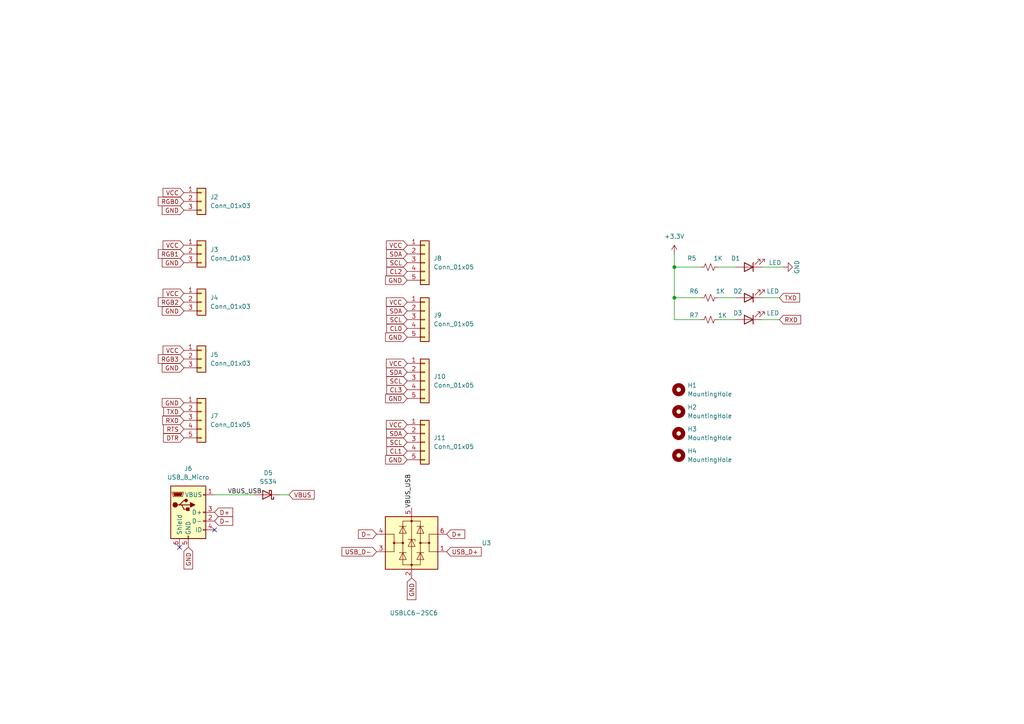
<source format=kicad_sch>
(kicad_sch (version 20211123) (generator eeschema)
  (paper "A4")
  (lib_symbols
    (symbol "Connector:USB_B_Micro" (pin_names (offset 1.016))
      (property "Reference" "J" (at -5.08 11.43 0))
      (property "Value" "USB_B_Micro" (at -5.08 8.89 0))
      (symbol "USB_B_Micro_0_1"
        (rectangle (start -5.08 -7.62) (end 5.08 7.62) (stroke (width 0.254)) (fill (type background)))
        (circle (center -3.81 2.159) (radius 0.635) (stroke (width 0.254)) (fill (type outline)))
        (circle (center -0.635 3.429) (radius 0.381) (stroke (width 0.254)) (fill (type outline)))
        (rectangle (start -0.127 -7.62) (end 0.127 -6.858))
        (polyline (pts (xy -1.905 2.159) (xy 0.635 2.159)) (stroke (width 0.254)))
        (polyline (pts (xy -3.175 2.159) (xy -2.54 2.159) (xy -1.27 3.429) (xy -0.635 3.429)) (stroke (width 0.254)))
        (polyline (pts (xy -2.54 2.159) (xy -1.905 2.159) (xy -1.27 0.889) (xy 0 0.889)) (stroke (width 0.254)))
        (polyline (pts (xy 0.635 2.794) (xy 0.635 1.524) (xy 1.905 2.159) (xy 0.635 2.794)) (stroke (width 0.254)) (fill (type outline)))
        (polyline (pts (xy -4.318 5.588) (xy -1.778 5.588) (xy -2.032 4.826) (xy -4.064 4.826) (xy -4.318 5.588)) (fill (type outline)))
        (polyline (pts (xy -4.699 5.842) (xy -4.699 5.588) (xy -4.445 4.826) (xy -4.445 4.572) (xy -1.651 4.572) (xy -1.651 4.826) (xy -1.397 5.588) (xy -1.397 5.842) (xy -4.699 5.842)))
        (rectangle (start 0.254 1.27) (end -0.508 0.508) (stroke (width 0.254)) (fill (type outline)))
        (rectangle (start 5.08 -5.207) (end 4.318 -4.953))
        (rectangle (start 5.08 -2.667) (end 4.318 -2.413))
        (rectangle (start 5.08 -0.127) (end 4.318 0.127))
        (rectangle (start 5.08 4.953) (end 4.318 5.207))
      )
      (symbol "USB_B_Micro_1_1"
        (pin power_out line (at 7.62 5.08 180) (length 2.54) (name "VBUS") (number "1"))
        (pin bidirectional line (at 7.62 -2.54 180) (length 2.54) (name "D-") (number "2"))
        (pin bidirectional line (at 7.62 0 180) (length 2.54) (name "D+") (number "3"))
        (pin passive line (at 7.62 -5.08 180) (length 2.54) (name "ID") (number "4"))
        (pin power_out line (at 0 -10.16 90) (length 2.54) (name "GND") (number "5"))
        (pin passive line (at -2.54 -10.16 90) (length 2.54) (name "Shield") (number "6"))
      )
    )
    (symbol "Connector_Generic:Conn_01x03" (pin_names (offset 1.016) hide)
      (property "Reference" "J" (at 0 5.08 0))
      (property "Value" "Conn_01x03" (at 0 -5.08 0))
      (symbol "Conn_01x03_1_1"
        (rectangle (start -1.27 -2.413) (end 0 -2.667) (stroke (width 0.1524)))
        (rectangle (start -1.27 0.127) (end 0 -0.127) (stroke (width 0.1524)))
        (rectangle (start -1.27 2.667) (end 0 2.413) (stroke (width 0.1524)))
        (rectangle (start -1.27 3.81) (end 1.27 -3.81) (stroke (width 0.254)) (fill (type background)))
        (pin passive line (at -5.08 2.54 0) (length 3.81) (name "Pin_1") (number "1"))
        (pin passive line (at -5.08 0 0) (length 3.81) (name "Pin_2") (number "2"))
        (pin passive line (at -5.08 -2.54 0) (length 3.81) (name "Pin_3") (number "3"))
      )
    )
    (symbol "Connector_Generic:Conn_01x05" (pin_names (offset 1.016) hide)
      (property "Reference" "J" (at 0 7.62 0))
      (property "Value" "Conn_01x05" (at 0 -7.62 0))
      (symbol "Conn_01x05_1_1"
        (rectangle (start -1.27 -4.953) (end 0 -5.207) (stroke (width 0.1524)))
        (rectangle (start -1.27 -2.413) (end 0 -2.667) (stroke (width 0.1524)))
        (rectangle (start -1.27 0.127) (end 0 -0.127) (stroke (width 0.1524)))
        (rectangle (start -1.27 2.667) (end 0 2.413) (stroke (width 0.1524)))
        (rectangle (start -1.27 5.207) (end 0 4.953) (stroke (width 0.1524)))
        (rectangle (start -1.27 6.35) (end 1.27 -6.35) (stroke (width 0.254)) (fill (type background)))
        (pin passive line (at -5.08 5.08 0) (length 3.81) (name "Pin_1") (number "1"))
        (pin passive line (at -5.08 2.54 0) (length 3.81) (name "Pin_2") (number "2"))
        (pin passive line (at -5.08 0 0) (length 3.81) (name "Pin_3") (number "3"))
        (pin passive line (at -5.08 -2.54 0) (length 3.81) (name "Pin_4") (number "4"))
        (pin passive line (at -5.08 -5.08 0) (length 3.81) (name "Pin_5") (number "5"))
      )
    )
    (symbol "Device:D_Schottky" (pin_numbers hide) (pin_names (offset 1.016) hide)
      (property "Reference" "D" (at 0 2.54 0))
      (property "Value" "D_Schottky" (at 0 -2.54 0))
      (symbol "D_Schottky_0_1"
        (polyline (pts (xy 1.27 0) (xy -1.27 0)))
        (polyline (pts (xy 1.27 1.27) (xy 1.27 -1.27) (xy -1.27 0) (xy 1.27 1.27)) (stroke (width 0.254)))
        (polyline (pts (xy -1.905 0.635) (xy -1.905 1.27) (xy -1.27 1.27) (xy -1.27 -1.27) (xy -0.635 -1.27) (xy -0.635 -0.635)) (stroke (width 0.254)))
      )
      (symbol "D_Schottky_1_1"
        (pin passive line (at -3.81 0 0) (length 2.54) (name "K") (number "1"))
        (pin passive line (at 3.81 0 180) (length 2.54) (name "A") (number "2"))
      )
    )
    (symbol "Device:LED" (pin_numbers hide) (pin_names (offset 1.016) hide)
      (property "Reference" "D" (at 0 2.54 0))
      (property "Value" "LED" (at 0 -2.54 0))
      (symbol "LED_0_1"
        (polyline (pts (xy -1.27 -1.27) (xy -1.27 1.27)) (stroke (width 0.254)))
        (polyline (pts (xy -1.27 0) (xy 1.27 0)))
        (polyline (pts (xy 1.27 -1.27) (xy 1.27 1.27) (xy -1.27 0) (xy 1.27 -1.27)) (stroke (width 0.254)))
        (polyline (pts (xy -3.048 -0.762) (xy -4.572 -2.286) (xy -3.81 -2.286) (xy -4.572 -2.286) (xy -4.572 -1.524)))
        (polyline (pts (xy -1.778 -0.762) (xy -3.302 -2.286) (xy -2.54 -2.286) (xy -3.302 -2.286) (xy -3.302 -1.524)))
      )
      (symbol "LED_1_1"
        (pin passive line (at -3.81 0 0) (length 2.54) (name "K") (number "1"))
        (pin passive line (at 3.81 0 180) (length 2.54) (name "A") (number "2"))
      )
    )
    (symbol "Device:R_Small_US" (pin_numbers hide) (pin_names (offset 0.254) hide)
      (property "Reference" "R" (at 0.762 0.508 0))
      (property "Value" "R_Small_US" (at 0.762 -1.016 0))
      (symbol "R_Small_US_1_1"
        (polyline (pts (xy 0 0) (xy 1.016 -0.381) (xy 0 -0.762) (xy -1.016 -1.143) (xy 0 -1.524)))
        (polyline (pts (xy 0 1.524) (xy 1.016 1.143) (xy 0 0.762) (xy -1.016 0.381) (xy 0 0)))
        (pin passive line (at 0 2.54 270) (length 1.016) (name "~") (number "1"))
        (pin passive line (at 0 -2.54 90) (length 1.016) (name "~") (number "2"))
      )
    )
    (symbol "Mechanical:MountingHole" (pin_names (offset 1.016))
      (property "Reference" "H" (at 0 5.08 0))
      (property "Value" "MountingHole" (at 0 3.175 0))
      (symbol "MountingHole_0_1"
        (circle (center 0 0) (radius 1.27) (stroke (width 1.27)))
      )
    )
    (symbol "Power_Protection:USBLC6-2SC6" (pin_names hide)
      (property "Reference" "U" (at 2.54 8.89 0))
      (property "Value" "USBLC6-2SC6" (at 2.54 -8.89 0))
      (symbol "USBLC6-2SC6_0_1"
        (rectangle (start -7.62 -7.62) (end 7.62 7.62) (stroke (width 0.254)) (fill (type background)))
        (circle (center -5.08 0) (radius 0.254) (fill (type outline)))
        (circle (center -2.54 0) (radius 0.254) (fill (type outline)))
        (rectangle (start -2.54 6.35) (end 2.54 -6.35))
        (circle (center 0 -6.35) (radius 0.254) (fill (type outline)))
        (polyline (pts (xy -5.08 -2.54) (xy -7.62 -2.54)))
        (polyline (pts (xy -5.08 0) (xy -5.08 -2.54)))
        (polyline (pts (xy -5.08 2.54) (xy -7.62 2.54)))
        (polyline (pts (xy -1.524 -2.794) (xy -3.556 -2.794)))
        (polyline (pts (xy -1.524 4.826) (xy -3.556 4.826)))
        (polyline (pts (xy 0 -7.62) (xy 0 -6.35)))
        (polyline (pts (xy 0 -6.35) (xy 0 1.27)))
        (polyline (pts (xy 0 1.27) (xy 0 6.35)))
        (polyline (pts (xy 0 6.35) (xy 0 7.62)))
        (polyline (pts (xy 1.524 -2.794) (xy 3.556 -2.794)))
        (polyline (pts (xy 1.524 4.826) (xy 3.556 4.826)))
        (polyline (pts (xy 5.08 -2.54) (xy 7.62 -2.54)))
        (polyline (pts (xy 5.08 0) (xy 5.08 -2.54)))
        (polyline (pts (xy 5.08 2.54) (xy 7.62 2.54)))
        (polyline (pts (xy -2.54 0) (xy -5.08 0) (xy -5.08 2.54)))
        (polyline (pts (xy 2.54 0) (xy 5.08 0) (xy 5.08 2.54)))
        (polyline (pts (xy -3.556 -4.826) (xy -1.524 -4.826) (xy -2.54 -2.794) (xy -3.556 -4.826)))
        (polyline (pts (xy -3.556 2.794) (xy -1.524 2.794) (xy -2.54 4.826) (xy -3.556 2.794)))
        (polyline (pts (xy -1.016 -1.016) (xy 1.016 -1.016) (xy 0 1.016) (xy -1.016 -1.016)))
        (polyline (pts (xy 1.016 1.016) (xy 0.762 1.016) (xy -1.016 1.016) (xy -1.016 0.508)))
        (polyline (pts (xy 3.556 -4.826) (xy 1.524 -4.826) (xy 2.54 -2.794) (xy 3.556 -4.826)))
        (polyline (pts (xy 3.556 2.794) (xy 1.524 2.794) (xy 2.54 4.826) (xy 3.556 2.794)))
        (circle (center 0 6.35) (radius 0.254) (fill (type outline)))
        (circle (center 2.54 0) (radius 0.254) (fill (type outline)))
        (circle (center 5.08 0) (radius 0.254) (fill (type outline)))
      )
      (symbol "USBLC6-2SC6_1_1"
        (pin passive line (at -10.16 -2.54 0) (length 2.54) (name "I/O1") (number "1"))
        (pin passive line (at 0 -10.16 90) (length 2.54) (name "GND") (number "2"))
        (pin passive line (at 10.16 -2.54 180) (length 2.54) (name "I/O2") (number "3"))
        (pin passive line (at 10.16 2.54 180) (length 2.54) (name "I/O2") (number "4"))
        (pin passive line (at 0 10.16 270) (length 2.54) (name "VBUS") (number "5"))
        (pin passive line (at -10.16 2.54 0) (length 2.54) (name "I/O1") (number "6"))
      )
    )
    (symbol "power:+3.3V" (power) (pin_names (offset 0))
      (property "Value" "+3.3V" (at 0 3.556 0))
      (symbol "+3.3V_0_1"
        (polyline (pts (xy -0.762 1.27) (xy 0 2.54)))
        (polyline (pts (xy 0 0) (xy 0 2.54)))
        (polyline (pts (xy 0 2.54) (xy 0.762 1.27)))
      )
      (symbol "+3.3V_1_1"
        (pin power_in line (at 0 0 90) (length 0) hide (name "+3.3V") (number "1"))
      )
    )
    (symbol "power:GND" (power) (pin_names (offset 0))
      (property "Value" "GND" (at 0 -3.81 0))
      (symbol "GND_0_1"
        (polyline (pts (xy 0 0) (xy 0 -1.27) (xy 1.27 -1.27) (xy 0 -2.54) (xy -1.27 -1.27) (xy 0 -1.27)))
      )
      (symbol "GND_1_1"
        (pin power_in line (at 0 0 270) (length 0) hide (name "GND") (number "1"))
      )
    )
  )
  (junction (at 195.58 86.36))
  (junction (at 195.58 77.47))
  (no_connect (at 62.23 153.67))
  (no_connect (at 52.07 158.75))
  (wire (pts (xy 220.98 86.36) (xy 226.06 86.36)))
  (wire (pts (xy 73.66 143.51) (xy 62.23 143.51)))
  (wire (pts (xy 220.98 77.47) (xy 227.33 77.47)))
  (wire (pts (xy 208.28 86.36) (xy 213.36 86.36)))
  (wire (pts (xy 195.58 92.71) (xy 203.2 92.71)))
  (wire (pts (xy 195.58 73.66) (xy 195.58 77.47)))
  (wire (pts (xy 195.58 86.36) (xy 203.2 86.36)))
  (wire (pts (xy 208.28 77.47) (xy 213.36 77.47)))
  (wire (pts (xy 195.58 86.36) (xy 195.58 92.71)))
  (wire (pts (xy 220.98 92.71) (xy 226.06 92.71)))
  (wire (pts (xy 83.82 143.51) (xy 81.28 143.51)))
  (wire (pts (xy 208.28 92.71) (xy 213.36 92.71)))
  (wire (pts (xy 195.58 86.36) (xy 195.58 77.47)))
  (wire (pts (xy 195.58 77.47) (xy 203.2 77.47)))
  (label "VBUS_USB" (at 119.38 147.32 90))
  (label "VBUS_USB" (at 66.04 143.51 0))
  (global_label "TXD" (shape input) (at 226.06 86.36 0) (property "Intersheet References" "${INTERSHEET_REFS}" (effects hide)))
  (global_label "RTS" (shape input) (at 53.34 124.46 180) (property "Intersheet References" "${INTERSHEET_REFS}" (effects hide)))
  (global_label "CL2" (shape input) (at 118.11 78.74 180) (property "Intersheet References" "${INTERSHEET_REFS}" (effects hide)))
  (global_label "VCC" (shape input) (at 118.11 87.63 180) (property "Intersheet References" "${INTERSHEET_REFS}" (effects hide)))
  (global_label "VCC" (shape input) (at 118.11 123.19 180) (property "Intersheet References" "${INTERSHEET_REFS}" (effects hide)))
  (global_label "GND" (shape input) (at 118.11 97.79 180) (property "Intersheet References" "${INTERSHEET_REFS}" (effects hide)))
  (global_label "GND" (shape input) (at 53.34 90.17 180) (property "Intersheet References" "${INTERSHEET_REFS}" (effects hide)))
  (global_label "GND" (shape input) (at 53.34 106.68 180) (property "Intersheet References" "${INTERSHEET_REFS}" (effects hide)))
  (global_label "SDA" (shape input) (at 118.11 73.66 180) (property "Intersheet References" "${INTERSHEET_REFS}" (effects hide)))
  (global_label "RGB1" (shape input) (at 53.34 73.66 180) (property "Intersheet References" "${INTERSHEET_REFS}" (effects hide)))
  (global_label "D+" (shape input) (at 129.54 154.94 0) (property "Intersheet References" "${INTERSHEET_REFS}" (effects hide)))
  (global_label "USB_D-" (shape input) (at 109.22 160.02 180) (property "Intersheet References" "${INTERSHEET_REFS}" (effects hide)))
  (global_label "GND" (shape input) (at 53.34 76.2 180) (property "Intersheet References" "${INTERSHEET_REFS}" (effects hide)))
  (global_label "GND" (shape input) (at 118.11 133.35 180) (property "Intersheet References" "${INTERSHEET_REFS}" (effects hide)))
  (global_label "RGB3" (shape input) (at 53.34 104.14 180) (property "Intersheet References" "${INTERSHEET_REFS}" (effects hide)))
  (global_label "CL3" (shape input) (at 118.11 113.03 180) (property "Intersheet References" "${INTERSHEET_REFS}" (effects hide)))
  (global_label "VCC" (shape input) (at 53.34 101.6 180) (property "Intersheet References" "${INTERSHEET_REFS}" (effects hide)))
  (global_label "D-" (shape input) (at 109.22 154.94 180) (property "Intersheet References" "${INTERSHEET_REFS}" (effects hide)))
  (global_label "GND" (shape input) (at 53.34 116.84 180) (property "Intersheet References" "${INTERSHEET_REFS}" (effects hide)))
  (global_label "USB_D+" (shape input) (at 129.54 160.02 0) (property "Intersheet References" "${INTERSHEET_REFS}" (effects hide)))
  (global_label "DTR" (shape input) (at 53.34 127 180) (property "Intersheet References" "${INTERSHEET_REFS}" (effects hide)))
  (global_label "VBUS" (shape input) (at 83.82 143.51 0) (property "Intersheet References" "${INTERSHEET_REFS}" (effects hide)))
  (global_label "SCL" (shape input) (at 118.11 92.71 180) (property "Intersheet References" "${INTERSHEET_REFS}" (effects hide)))
  (global_label "RGB0" (shape input) (at 53.34 58.42 180) (property "Intersheet References" "${INTERSHEET_REFS}" (effects hide)))
  (global_label "GND" (shape input) (at 119.38 167.64 270) (property "Intersheet References" "${INTERSHEET_REFS}" (effects hide)))
  (global_label "GND" (shape input) (at 118.11 81.28 180) (property "Intersheet References" "${INTERSHEET_REFS}" (effects hide)))
  (global_label "SDA" (shape input) (at 118.11 125.73 180) (property "Intersheet References" "${INTERSHEET_REFS}" (effects hide)))
  (global_label "GND" (shape input) (at 53.34 60.96 180) (property "Intersheet References" "${INTERSHEET_REFS}" (effects hide)))
  (global_label "RXD" (shape input) (at 53.34 121.92 180) (property "Intersheet References" "${INTERSHEET_REFS}" (effects hide)))
  (global_label "SCL" (shape input) (at 118.11 76.2 180) (property "Intersheet References" "${INTERSHEET_REFS}" (effects hide)))
  (global_label "CL0" (shape input) (at 118.11 95.25 180) (property "Intersheet References" "${INTERSHEET_REFS}" (effects hide)))
  (global_label "TXD" (shape input) (at 53.34 119.38 180) (property "Intersheet References" "${INTERSHEET_REFS}" (effects hide)))
  (global_label "VCC" (shape input) (at 53.34 71.12 180) (property "Intersheet References" "${INTERSHEET_REFS}" (effects hide)))
  (global_label "VCC" (shape input) (at 118.11 105.41 180) (property "Intersheet References" "${INTERSHEET_REFS}" (effects hide)))
  (global_label "VCC" (shape input) (at 53.34 55.88 180) (property "Intersheet References" "${INTERSHEET_REFS}" (effects hide)))
  (global_label "D-" (shape input) (at 62.23 151.13 0) (property "Intersheet References" "${INTERSHEET_REFS}" (effects hide)))
  (global_label "CL1" (shape input) (at 118.11 130.81 180) (property "Intersheet References" "${INTERSHEET_REFS}" (effects hide)))
  (global_label "RGB2" (shape input) (at 53.34 87.63 180) (property "Intersheet References" "${INTERSHEET_REFS}" (effects hide)))
  (global_label "SCL" (shape input) (at 118.11 128.27 180) (property "Intersheet References" "${INTERSHEET_REFS}" (effects hide)))
  (global_label "GND" (shape input) (at 118.11 115.57 180) (property "Intersheet References" "${INTERSHEET_REFS}" (effects hide)))
  (global_label "RXD" (shape input) (at 226.06 92.71 0) (property "Intersheet References" "${INTERSHEET_REFS}" (effects hide)))
  (global_label "VCC" (shape input) (at 118.11 71.12 180) (property "Intersheet References" "${INTERSHEET_REFS}" (effects hide)))
  (global_label "SCL" (shape input) (at 118.11 110.49 180) (property "Intersheet References" "${INTERSHEET_REFS}" (effects hide)))
  (global_label "SDA" (shape input) (at 118.11 90.17 180) (property "Intersheet References" "${INTERSHEET_REFS}" (effects hide)))
  (global_label "VCC" (shape input) (at 53.34 85.09 180) (property "Intersheet References" "${INTERSHEET_REFS}" (effects hide)))
  (global_label "GND" (shape input) (at 54.61 158.75 270) (property "Intersheet References" "${INTERSHEET_REFS}" (effects hide)))
  (global_label "D+" (shape input) (at 62.23 148.59 0) (property "Intersheet References" "${INTERSHEET_REFS}" (effects hide)))
  (global_label "SDA" (shape input) (at 118.11 107.95 180) (property "Intersheet References" "${INTERSHEET_REFS}" (effects hide)))
  (symbol (lib_id "Mechanical:MountingHole") (at 196.85 132.08 0) (unit 1)
    (property "Reference" "H4" (at 199.39 130.8099 0) (effects (justify left)))
    (property "Value" "MountingHole" (at 199.39 133.3499 0) (effects (justify left)))
    (property "Footprint" "MountingHole:MountingHole_3.2mm_M3" (effects hide))
  )
  (symbol (lib_id "Mechanical:MountingHole") (at 196.85 113.03 0) (unit 1)
    (property "Reference" "H1" (at 199.39 111.7599 0) (effects (justify left)))
    (property "Value" "MountingHole" (at 199.39 114.2999 0) (effects (justify left)))
    (property "Footprint" "MountingHole:MountingHole_3.2mm_M3" (effects hide))
  )
  (symbol (lib_id "Device:LED") (at 217.17 77.47 180) (unit 1)
    (property "Reference" "D1" (at 213.36 74.93 0))
    (property "Value" "LED" (at 224.79 76.2 0))
    (property "Footprint" "LED_SMD:LED_0603_1608Metric" (effects hide))
  )
  (symbol (lib_id "Connector_Generic:Conn_01x05") (at 123.19 110.49 0) (unit 1)
    (property "Reference" "J10" (at 125.73 109.2199 0) (effects (justify left)))
    (property "Value" "Conn_01x05" (at 125.73 111.7599 0) (effects (justify left)))
    (property "Footprint" "Connector_JST:JST_PH_B5B-PH-K_1x05_P2.00mm_Vertical" (effects hide))
  )
  (symbol (lib_id "Device:R_Small_US") (at 205.74 92.71 90) (unit 1)
    (property "Reference" "R7" (at 201.295 91.44 90))
    (property "Value" "1K" (at 209.55 91.44 90))
    (property "Footprint" "Resistor_SMD:R_0603_1608Metric" (effects hide))
  )
  (symbol (lib_id "Device:R_Small_US") (at 205.74 77.47 90) (unit 1)
    (property "Reference" "R5" (at 200.66 74.93 90))
    (property "Value" "1K" (at 208.28 74.93 90))
    (property "Footprint" "Resistor_SMD:R_0603_1608Metric" (effects hide))
  )
  (symbol (lib_id "Mechanical:MountingHole") (at 196.85 125.73 0) (unit 1)
    (property "Reference" "H3" (at 199.39 124.4599 0) (effects (justify left)))
    (property "Value" "MountingHole" (at 199.39 126.9999 0) (effects (justify left)))
    (property "Footprint" "MountingHole:MountingHole_3.2mm_M3" (effects hide))
  )
  (symbol (lib_id "Connector_Generic:Conn_01x05") (at 123.19 92.71 0) (unit 1)
    (property "Reference" "J9" (at 125.73 91.4399 0) (effects (justify left)))
    (property "Value" "Conn_01x05" (at 125.73 93.9799 0) (effects (justify left)))
    (property "Footprint" "Connector_JST:JST_PH_B5B-PH-K_1x05_P2.00mm_Vertical" (effects hide))
  )
  (symbol (lib_id "Connector_Generic:Conn_01x05") (at 123.19 128.27 0) (unit 1)
    (property "Reference" "J11" (at 125.73 126.9999 0) (effects (justify left)))
    (property "Value" "Conn_01x05" (at 125.73 129.5399 0) (effects (justify left)))
    (property "Footprint" "Connector_JST:JST_PH_B5B-PH-K_1x05_P2.00mm_Vertical" (effects hide))
  )
  (symbol (lib_id "power:GND") (at 227.33 77.47 90) (unit 1)
    (property "Reference" "#PWR011" (effects hide))
    (property "Value" "GND" (at 231.14 77.47 0))
  )
  (symbol (lib_id "Connector_Generic:Conn_01x03") (at 58.42 87.63 0) (unit 1)
    (property "Reference" "J4" (at 60.96 86.3599 0) (effects (justify left)))
    (property "Value" "Conn_01x03" (at 60.96 88.8999 0) (effects (justify left)))
    (property "Footprint" "Connector_JST:JST_PH_B3B-PH-K_1x03_P2.00mm_Vertical" (effects hide))
  )
  (symbol (lib_id "Connector_Generic:Conn_01x03") (at 58.42 58.42 0) (unit 1)
    (property "Reference" "J2" (at 60.96 57.1499 0) (effects (justify left)))
    (property "Value" "Conn_01x03" (at 60.96 59.6899 0) (effects (justify left)))
    (property "Footprint" "Connector_JST:JST_PH_B3B-PH-K_1x03_P2.00mm_Vertical" (effects hide))
  )
  (symbol (lib_id "Connector_Generic:Conn_01x03") (at 58.42 73.66 0) (unit 1)
    (property "Reference" "J3" (at 60.96 72.3899 0) (effects (justify left)))
    (property "Value" "Conn_01x03" (at 60.96 74.9299 0) (effects (justify left)))
    (property "Footprint" "Connector_JST:JST_PH_B3B-PH-K_1x03_P2.00mm_Vertical" (effects hide))
  )
  (symbol (lib_id "power:+3.3V") (at 195.58 73.66 0) (unit 1)
    (property "Reference" "#PWR010" (effects hide))
    (property "Value" "+3.3V" (at 195.58 68.58 0))
  )
  (symbol (lib_id "Connector_Generic:Conn_01x05") (at 123.19 76.2 0) (unit 1)
    (property "Reference" "J8" (at 125.73 74.9299 0) (effects (justify left)))
    (property "Value" "Conn_01x05" (at 125.73 77.4699 0) (effects (justify left)))
    (property "Footprint" "Connector_JST:JST_PH_B5B-PH-K_1x05_P2.00mm_Vertical" (effects hide))
  )
  (symbol (lib_id "Device:LED") (at 217.17 86.36 180) (unit 1)
    (property "Reference" "D2" (at 213.995 84.455 0))
    (property "Value" "LED" (at 224.155 84.455 0))
    (property "Footprint" "LED_SMD:LED_0603_1608Metric" (effects hide))
  )
  (symbol (lib_id "Connector_Generic:Conn_01x05") (at 58.42 121.92 0) (unit 1)
    (property "Reference" "J7" (at 60.96 120.6499 0) (effects (justify left)))
    (property "Value" "Conn_01x05" (at 60.96 123.1899 0) (effects (justify left)))
    (property "Footprint" "Connector_PinHeader_2.54mm:PinHeader_1x05_P2.54mm_Vertical" (effects hide))
  )
  (symbol (lib_id "Device:R_Small_US") (at 205.74 86.36 90) (unit 1)
    (property "Reference" "R6" (at 201.295 84.455 90))
    (property "Value" "1K" (at 208.915 84.455 90))
    (property "Footprint" "Resistor_SMD:R_0603_1608Metric" (effects hide))
  )
  (symbol (lib_id "Mechanical:MountingHole") (at 196.85 119.38 0) (unit 1)
    (property "Reference" "H2" (at 199.39 118.1099 0) (effects (justify left)))
    (property "Value" "MountingHole" (at 199.39 120.6499 0) (effects (justify left)))
    (property "Footprint" "MountingHole:MountingHole_3.2mm_M3" (effects hide))
  )
  (symbol (lib_id "Device:LED") (at 217.17 92.71 180) (unit 1)
    (property "Reference" "D3" (at 213.995 90.805 0))
    (property "Value" "LED" (at 224.155 90.805 0))
    (property "Footprint" "LED_SMD:LED_0603_1608Metric" (effects hide))
  )
  (symbol (lib_id "Connector_Generic:Conn_01x03") (at 58.42 104.14 0) (unit 1)
    (property "Reference" "J5" (at 60.96 102.8699 0) (effects (justify left)))
    (property "Value" "Conn_01x03" (at 60.96 105.4099 0) (effects (justify left)))
    (property "Footprint" "Connector_JST:JST_PH_B3B-PH-K_1x03_P2.00mm_Vertical" (effects hide))
  )
  (symbol (lib_id "Device:D_Schottky") (at 77.47 143.51 180) (unit 1)
    (property "Reference" "D5" (at 77.7875 137.16 0))
    (property "Value" "SS34" (at 77.7875 139.7 0))
    (property "Footprint" "Diode_SMD:D_SMA" (effects hide))
  )
  (symbol (lib_id "Power_Protection:USBLC6-2SC6") (at 119.38 157.48 0) (mirror y) (unit 1)
    (property "Reference" "U3" (at 139.7 157.48 0) (effects (justify right)))
    (property "Value" "USBLC6-2SC6" (at 113.03 177.8 0) (effects (justify right)))
    (property "Footprint" "Package_TO_SOT_SMD:SOT-23-6" (effects hide))
    (property "Datasheet" "https://www.st.com/resource/en/datasheet/usblc6-2.pdf" (effects hide))
  )
  (symbol (lib_id "Connector:USB_B_Micro") (at 54.61 148.59 0) (unit 1)
    (property "Reference" "J6" (at 54.61 135.89 0))
    (property "Value" "USB_B_Micro" (at 54.61 138.43 0))
    (property "Footprint" "Connector_USB:USB_Micro-B_Wuerth_614105150721_Vertical" (effects hide))
  )
)
</source>
